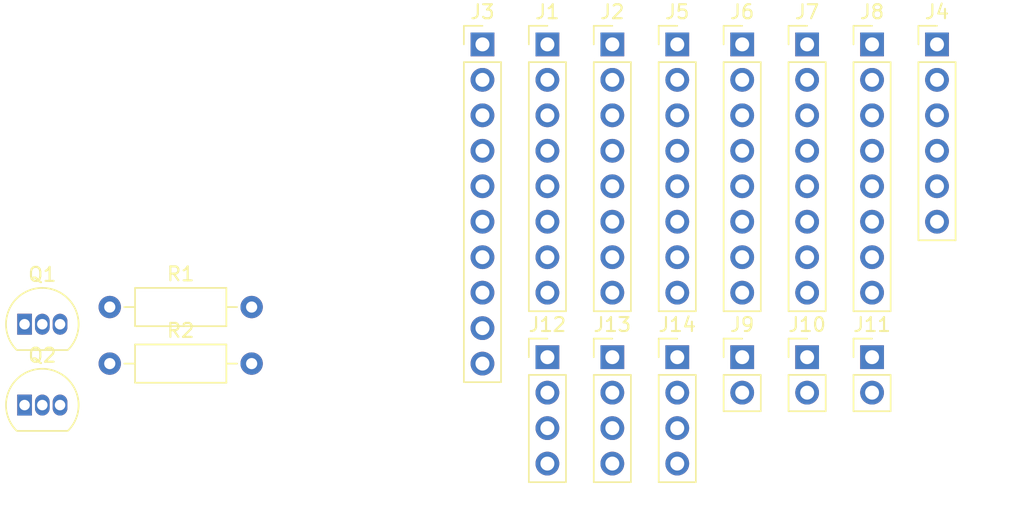
<source format=kicad_pcb>
(kicad_pcb (version 20221018) (generator pcbnew)
  (layers (0 "F.Cu" signal) (31 "B.Cu" signal) (34 "B.Paste" user) (35 "F.Paste" user) (36 "B.SilkS" user "B.Silkscreen") (37 "F.SilkS" user "F.Silkscreen") (38 "B.Mask" user) (39 "F.Mask" user) (44 "Edge.Cuts" user))
  (net 0 "")
  (net 1 "GND")
  (net 2 "/CameraSwitch")
  (net 3 "Net-(Q1-C)")
  (net 4 "/FanSwitch")
  (net 5 "/FanGround")
  (net 6 "Net-(J9-Pin_2)")
  (net 7 "/Setup5")
  (net 8 "/Setup4")
  (net 9 "/Setup3")
  (net 10 "/Setup2")
  (net 11 "/Setup1")
  (net 19 "VCC")
  (net 20 "VEE")
  (net 21 "/BaseStep")
  (net 22 "/BaseDirection")
  (net 23 "/ArmStep")
  (net 24 "/ArmDirection")
  (net 29 "/LimitSwitch1")
  (net 30 "/LimitSwitch2")
  (net 37 "/MotorPos")
  (net 38 "/MotorGround")
  (net 39 "/ArmStep4")
  (net 40 "/ArmStep3")
  (net 41 "/ArmStep2")
  (net 42 "/ArmStep1")
  (net 43 "/BaseStep4")
  (net 44 "/BaseStep3")
  (net 45 "/BaseStep2")
  (net 46 "/BaseStep1")
  (footprint "Package_TO_SOT_THT:TO-92_Inline" (layer "F.Cu") (at 105.66 94.41)
    (fp_text reference "Q2" (at 1.27 -3.56) (layer "F.SilkS"))
    (fp_text value "2N3903")
    (fp_line (start -0.53 1.85) (end 3.07 1.85) (stroke (width 0.12)) (layer "F.SilkS"))
    (fp_arc (start -0.568478 1.838478) (mid -1.132087 -0.994977) (end 1.27 -2.6) (stroke (width 0.12)) (layer "F.SilkS"))
    (fp_arc (start 1.27 -2.6) (mid 3.672087 -0.994977) (end 3.108478 1.838478) (stroke (width 0.12)) (layer "F.SilkS"))
    (pad "1" thru_hole rect (at 0 0) (size 1.05 1.5) (drill 0.75) (layers "*.Cu" "*.Mask") (net 1 "GND"))
    (pad "2" thru_hole oval (at 1.27 0) (size 1.05 1.5) (drill 0.75) (layers "*.Cu" "*.Mask") (net 4 "/FanSwitch"))
    (pad "3" thru_hole oval (at 2.54 0) (size 1.05 1.5) (drill 0.75) (layers "*.Cu" "*.Mask") (net 5 "/FanGround"))
  )
  (footprint "Connector_PinHeader_2.54mm:PinHeader_1x08_P2.54mm_Vertical" (layer "F.Cu") (at 147.75 68.58)
    (fp_text reference "J2" (at 0 -2.33) (layer "F.SilkS"))
    (fp_text value "Conn_01x08_Pin")
    (fp_line (start -1.33 -1.33) (end 0 -1.33) (stroke (width 0.12)) (layer "F.SilkS"))
    (fp_line (start -1.33 0) (end -1.33 -1.33) (stroke (width 0.12)) (layer "F.SilkS"))
    (fp_line (start -1.33 1.27) (end -1.33 19.11) (stroke (width 0.12)) (layer "F.SilkS"))
    (fp_line (start -1.33 1.27) (end 1.33 1.27) (stroke (width 0.12)) (layer "F.SilkS"))
    (fp_line (start -1.33 19.11) (end 1.33 19.11) (stroke (width 0.12)) (layer "F.SilkS"))
    (fp_line (start 1.33 1.27) (end 1.33 19.11) (stroke (width 0.12)) (layer "F.SilkS"))
    (pad "1" thru_hole rect (at 0 0) (size 1.7 1.7) (drill 1) (layers "*.Cu" "*.Mask"))
    (pad "2" thru_hole oval (at 0 2.54) (size 1.7 1.7) (drill 1) (layers "*.Cu" "*.Mask"))
    (pad "3" thru_hole oval (at 0 5.08) (size 1.7 1.7) (drill 1) (layers "*.Cu" "*.Mask"))
    (pad "4" thru_hole oval (at 0 7.62) (size 1.7 1.7) (drill 1) (layers "*.Cu" "*.Mask"))
    (pad "5" thru_hole oval (at 0 10.16) (size 1.7 1.7) (drill 1) (layers "*.Cu" "*.Mask") (net 19 "VCC"))
    (pad "6" thru_hole oval (at 0 12.7) (size 1.7 1.7) (drill 1) (layers "*.Cu" "*.Mask") (net 1 "GND"))
    (pad "7" thru_hole oval (at 0 15.24) (size 1.7 1.7) (drill 1) (layers "*.Cu" "*.Mask") (net 1 "GND"))
    (pad "8" thru_hole oval (at 0 17.78) (size 1.7 1.7) (drill 1) (layers "*.Cu" "*.Mask") (net 20 "VEE"))
  )
  (footprint "Connector_PinHeader_2.54mm:PinHeader_1x04_P2.54mm_Vertical" (layer "F.Cu") (at 152.4 90.98)
    (fp_text reference "J14" (at 0 -2.33) (layer "F.SilkS"))
    (fp_text value "Conn_01x04_Pin")
    (fp_line (start -1.33 -1.33) (end 0 -1.33) (stroke (width 0.12)) (layer "F.SilkS"))
    (fp_line (start -1.33 0) (end -1.33 -1.33) (stroke (width 0.12)) (layer "F.SilkS"))
    (fp_line (start -1.33 1.27) (end -1.33 8.95) (stroke (width 0.12)) (layer "F.SilkS"))
    (fp_line (start -1.33 1.27) (end 1.33 1.27) (stroke (width 0.12)) (layer "F.SilkS"))
    (fp_line (start -1.33 8.95) (end 1.33 8.95) (stroke (width 0.12)) (layer "F.SilkS"))
    (fp_line (start 1.33 1.27) (end 1.33 8.95) (stroke (width 0.12)) (layer "F.SilkS"))
    (pad "1" thru_hole rect (at 0 0) (size 1.7 1.7) (drill 1) (layers "*.Cu" "*.Mask") (net 46 "/BaseStep1"))
    (pad "2" thru_hole oval (at 0 2.54) (size 1.7 1.7) (drill 1) (layers "*.Cu" "*.Mask") (net 45 "/BaseStep2"))
    (pad "3" thru_hole oval (at 0 5.08) (size 1.7 1.7) (drill 1) (layers "*.Cu" "*.Mask") (net 44 "/BaseStep3"))
    (pad "4" thru_hole oval (at 0 7.62) (size 1.7 1.7) (drill 1) (layers "*.Cu" "*.Mask") (net 43 "/BaseStep4"))
  )
  (footprint "Connector_PinHeader_2.54mm:PinHeader_1x06_P2.54mm_Vertical" (layer "F.Cu") (at 171 68.58)
    (fp_text reference "J4" (at 0 -2.33) (layer "F.SilkS"))
    (fp_text value "Conn_01x06_Pin")
    (fp_line (start -1.33 -1.33) (end 0 -1.33) (stroke (width 0.12)) (layer "F.SilkS"))
    (fp_line (start -1.33 0) (end -1.33 -1.33) (stroke (width 0.12)) (layer "F.SilkS"))
    (fp_line (start -1.33 1.27) (end -1.33 14.03) (stroke (width 0.12)) (layer "F.SilkS"))
    (fp_line (start -1.33 1.27) (end 1.33 1.27) (stroke (width 0.12)) (layer "F.SilkS"))
    (fp_line (start -1.33 14.03) (end 1.33 14.03) (stroke (width 0.12)) (layer "F.SilkS"))
    (fp_line (start 1.33 1.27) (end 1.33 14.03) (stroke (width 0.12)) (layer "F.SilkS"))
    (pad "1" thru_hole rect (at 0 0) (size 1.7 1.7) (drill 1) (layers "*.Cu" "*.Mask") (net 29 "/LimitSwitch1"))
    (pad "2" thru_hole oval (at 0 2.54) (size 1.7 1.7) (drill 1) (layers "*.Cu" "*.Mask") (net 30 "/LimitSwitch2"))
    (pad "3" thru_hole oval (at 0 5.08) (size 1.7 1.7) (drill 1) (layers "*.Cu" "*.Mask"))
    (pad "4" thru_hole oval (at 0 7.62) (size 1.7 1.7) (drill 1) (layers "*.Cu" "*.Mask"))
    (pad "5" thru_hole oval (at 0 10.16) (size 1.7 1.7) (drill 1) (layers "*.Cu" "*.Mask"))
    (pad "6" thru_hole oval (at 0 12.7) (size 1.7 1.7) (drill 1) (layers "*.Cu" "*.Mask"))
  )
  (footprint "Connector_PinHeader_2.54mm:PinHeader_1x10_P2.54mm_Vertical" (layer "F.Cu") (at 138.45 68.58)
    (fp_text reference "J3" (at 0 -2.33) (layer "F.SilkS"))
    (fp_text value "Conn_01x10_Pin")
    (fp_line (start -1.33 -1.33) (end 0 -1.33) (stroke (width 0.12)) (layer "F.SilkS"))
    (fp_line (start -1.33 0) (end -1.33 -1.33) (stroke (width 0.12)) (layer "F.SilkS"))
    (fp_line (start -1.33 1.27) (end -1.33 24.19) (stroke (width 0.12)) (layer "F.SilkS"))
    (fp_line (start -1.33 1.27) (end 1.33 1.27) (stroke (width 0.12)) (layer "F.SilkS"))
    (fp_line (start -1.33 24.19) (end 1.33 24.19) (stroke (width 0.12)) (layer "F.SilkS"))
    (fp_line (start 1.33 1.27) (end 1.33 24.19) (stroke (width 0.12)) (layer "F.SilkS"))
    (pad "1" thru_hole rect (at 0 0) (size 1.7 1.7) (drill 1) (layers "*.Cu" "*.Mask") (net 21 "/BaseStep"))
    (pad "2" thru_hole oval (at 0 2.54) (size 1.7 1.7) (drill 1) (layers "*.Cu" "*.Mask") (net 22 "/BaseDirection"))
    (pad "3" thru_hole oval (at 0 5.08) (size 1.7 1.7) (drill 1) (layers "*.Cu" "*.Mask") (net 23 "/ArmStep"))
    (pad "4" thru_hole oval (at 0 7.62) (size 1.7 1.7) (drill 1) (layers "*.Cu" "*.Mask") (net 24 "/ArmDirection"))
    (pad "5" thru_hole oval (at 0 10.16) (size 1.7 1.7) (drill 1) (layers "*.Cu" "*.Mask") (net 4 "/FanSwitch"))
    (pad "6" thru_hole oval (at 0 12.7) (size 1.7 1.7) (drill 1) (layers "*.Cu" "*.Mask") (net 2 "/CameraSwitch"))
    (pad "7" thru_hole oval (at 0 15.24) (size 1.7 1.7) (drill 1) (layers "*.Cu" "*.Mask"))
    (pad "8" thru_hole oval (at 0 17.78) (size 1.7 1.7) (drill 1) (layers "*.Cu" "*.Mask"))
    (pad "9" thru_hole oval (at 0 20.32) (size 1.7 1.7) (drill 1) (layers "*.Cu" "*.Mask"))
    (pad "10" thru_hole oval (at 0 22.86) (size 1.7 1.7) (drill 1) (layers "*.Cu" "*.Mask"))
  )
  (footprint "Connector_PinHeader_2.54mm:PinHeader_1x04_P2.54mm_Vertical" (layer "F.Cu") (at 147.75 90.98)
    (fp_text reference "J13" (at 0 -2.33) (layer "F.SilkS"))
    (fp_text value "Conn_01x04_Pin")
    (fp_line (start -1.33 -1.33) (end 0 -1.33) (stroke (width 0.12)) (layer "F.SilkS"))
    (fp_line (start -1.33 0) (end -1.33 -1.33) (stroke (width 0.12)) (layer "F.SilkS"))
    (fp_line (start -1.33 1.27) (end -1.33 8.95) (stroke (width 0.12)) (layer "F.SilkS"))
    (fp_line (start -1.33 1.27) (end 1.33 1.27) (stroke (width 0.12)) (layer "F.SilkS"))
    (fp_line (start -1.33 8.95) (end 1.33 8.95) (stroke (width 0.12)) (layer "F.SilkS"))
    (fp_line (start 1.33 1.27) (end 1.33 8.95) (stroke (width 0.12)) (layer "F.SilkS"))
    (pad "1" thru_hole rect (at 0 0) (size 1.7 1.7) (drill 1) (layers "*.Cu" "*.Mask") (net 42 "/ArmStep1"))
    (pad "2" thru_hole oval (at 0 2.54) (size 1.7 1.7) (drill 1) (layers "*.Cu" "*.Mask") (net 41 "/ArmStep2"))
    (pad "3" thru_hole oval (at 0 5.08) (size 1.7 1.7) (drill 1) (layers "*.Cu" "*.Mask") (net 40 "/ArmStep3"))
    (pad "4" thru_hole oval (at 0 7.62) (size 1.7 1.7) (drill 1) (layers "*.Cu" "*.Mask") (net 39 "/ArmStep4"))
  )
  (footprint "Resistor_THT:R_Axial_DIN0207_L6.3mm_D2.5mm_P10.16mm_Horizontal" (layer "F.Cu") (at 111.76 91.44)
    (fp_text reference "R2" (at 5.08 -2.37) (layer "F.SilkS"))
    (fp_text value "1k2")
    (fp_line (start 1.04 0) (end 1.81 0) (stroke (width 0.12)) (layer "F.SilkS"))
    (fp_line (start 1.81 -1.37) (end 1.81 1.37) (stroke (width 0.12)) (layer "F.SilkS"))
    (fp_line (start 1.81 1.37) (end 8.35 1.37) (stroke (width 0.12)) (layer "F.SilkS"))
    (fp_line (start 8.35 -1.37) (end 1.81 -1.37) (stroke (width 0.12)) (layer "F.SilkS"))
    (fp_line (start 8.35 1.37) (end 8.35 -1.37) (stroke (width 0.12)) (layer "F.SilkS"))
    (fp_line (start 9.12 0) (end 8.35 0) (stroke (width 0.12)) (layer "F.SilkS"))
    (pad "1" thru_hole circle (at 0 0) (size 1.6 1.6) (drill 0.8) (layers "*.Cu" "*.Mask") (net 1 "GND"))
    (pad "2" thru_hole oval (at 10.16 0) (size 1.6 1.6) (drill 0.8) (layers "*.Cu" "*.Mask") (net 6 "Net-(J9-Pin_2)"))
  )
  (footprint "Connector_PinHeader_2.54mm:PinHeader_1x08_P2.54mm_Vertical" (layer "F.Cu") (at 157.05 68.58)
    (fp_text reference "J6" (at 0 -2.33) (layer "F.SilkS"))
    (fp_text value "Conn_01x08_Pin")
    (fp_line (start -1.33 -1.33) (end 0 -1.33) (stroke (width 0.12)) (layer "F.SilkS"))
    (fp_line (start -1.33 0) (end -1.33 -1.33) (stroke (width 0.12)) (layer "F.SilkS"))
    (fp_line (start -1.33 1.27) (end -1.33 19.11) (stroke (width 0.12)) (layer "F.SilkS"))
    (fp_line (start -1.33 1.27) (end 1.33 1.27) (stroke (width 0.12)) (layer "F.SilkS"))
    (fp_line (start -1.33 19.11) (end 1.33 19.11) (stroke (width 0.12)) (layer "F.SilkS"))
    (fp_line (start 1.33 1.27) (end 1.33 19.11) (stroke (width 0.12)) (layer "F.SilkS"))
    (pad "1" thru_hole rect (at 0 0) (size 1.7 1.7) (drill 1) (layers "*.Cu" "*.Mask") (net 22 "/BaseDirection"))
    (pad "2" thru_hole oval (at 0 2.54) (size 1.7 1.7) (drill 1) (layers "*.Cu" "*.Mask") (net 21 "/BaseStep"))
    (pad "3" thru_hole oval (at 0 5.08) (size 1.7 1.7) (drill 1) (layers "*.Cu" "*.Mask"))
    (pad "4" thru_hole oval (at 0 7.62) (size 1.7 1.7) (drill 1) (layers "*.Cu" "*.Mask") (net 11 "/Setup1"))
    (pad "5" thru_hole oval (at 0 10.16) (size 1.7 1.7) (drill 1) (layers "*.Cu" "*.Mask") (net 10 "/Setup2"))
    (pad "6" thru_hole oval (at 0 12.7) (size 1.7 1.7) (drill 1) (layers "*.Cu" "*.Mask") (net 9 "/Setup3"))
    (pad "7" thru_hole oval (at 0 15.24) (size 1.7 1.7) (drill 1) (layers "*.Cu" "*.Mask") (net 8 "/Setup4"))
    (pad "8" thru_hole oval (at 0 17.78) (size 1.7 1.7) (drill 1) (layers "*.Cu" "*.Mask") (net 7 "/Setup5"))
  )
  (footprint "Resistor_THT:R_Axial_DIN0207_L6.3mm_D2.5mm_P10.16mm_Horizontal" (layer "F.Cu") (at 111.76 87.39)
    (fp_text reference "R1" (at 5.08 -2.37) (layer "F.SilkS"))
    (fp_text value "270R")
    (fp_line (start 1.04 0) (end 1.81 0) (stroke (width 0.12)) (layer "F.SilkS"))
    (fp_line (start 1.81 -1.37) (end 1.81 1.37) (stroke (width 0.12)) (layer "F.SilkS"))
    (fp_line (start 1.81 1.37) (end 8.35 1.37) (stroke (width 0.12)) (layer "F.SilkS"))
    (fp_line (start 8.35 -1.37) (end 1.81 -1.37) (stroke (width 0.12)) (layer "F.SilkS"))
    (fp_line (start 8.35 1.37) (end 8.35 -1.37) (stroke (width 0.12)) (layer "F.SilkS"))
    (fp_line (start 9.12 0) (end 8.35 0) (stroke (width 0.12)) (layer "F.SilkS"))
    (pad "1" thru_hole circle (at 0 0) (size 1.6 1.6) (drill 0.8) (layers "*.Cu" "*.Mask") (net 3 "Net-(Q1-C)"))
    (pad "2" thru_hole oval (at 10.16 0) (size 1.6 1.6) (drill 0.8) (layers "*.Cu" "*.Mask") (net 6 "Net-(J9-Pin_2)"))
  )
  (footprint "Connector_PinHeader_2.54mm:PinHeader_1x08_P2.54mm_Vertical" (layer "F.Cu") (at 166.35 68.58)
    (fp_text reference "J8" (at 0 -2.33) (layer "F.SilkS"))
    (fp_text value "Conn_01x08_Pin")
    (fp_line (start -1.33 -1.33) (end 0 -1.33) (stroke (width 0.12)) (layer "F.SilkS"))
    (fp_line (start -1.33 0) (end -1.33 -1.33) (stroke (width 0.12)) (layer "F.SilkS"))
    (fp_line (start -1.33 1.27) (end -1.33 19.11) (stroke (width 0.12)) (layer "F.SilkS"))
    (fp_line (start -1.33 1.27) (end 1.33 1.27) (stroke (width 0.12)) (layer "F.SilkS"))
    (fp_line (start -1.33 19.11) (end 1.33 19.11) (stroke (width 0.12)) (layer "F.SilkS"))
    (fp_line (start 1.33 1.27) (end 1.33 19.11) (stroke (width 0.12)) (layer "F.SilkS"))
    (pad "1" thru_hole rect (at 0 0) (size 1.7 1.7) (drill 1) (layers "*.Cu" "*.Mask") (net 37 "/MotorPos"))
    (pad "2" thru_hole oval (at 0 2.54) (size 1.7 1.7) (drill 1) (layers "*.Cu" "*.Mask") (net 38 "/MotorGround"))
    (pad "3" thru_hole oval (at 0 5.08) (size 1.7 1.7) (drill 1) (layers "*.Cu" "*.Mask") (net 43 "/BaseStep4"))
    (pad "4" thru_hole oval (at 0 7.62) (size 1.7 1.7) (drill 1) (layers "*.Cu" "*.Mask") (net 44 "/BaseStep3"))
    (pad "5" thru_hole oval (at 0 10.16) (size 1.7 1.7) (drill 1) (layers "*.Cu" "*.Mask") (net 45 "/BaseStep2"))
    (pad "6" thru_hole oval (at 0 12.7) (size 1.7 1.7) (drill 1) (layers "*.Cu" "*.Mask") (net 46 "/BaseStep1"))
    (pad "7" thru_hole oval (at 0 15.24) (size 1.7 1.7) (drill 1) (layers "*.Cu" "*.Mask") (net 19 "VCC"))
    (pad "8" thru_hole oval (at 0 17.78) (size 1.7 1.7) (drill 1) (layers "*.Cu" "*.Mask") (net 1 "GND"))
  )
  (footprint "Package_TO_SOT_THT:TO-92_Inline" (layer "F.Cu") (at 105.66 88.62)
    (fp_text reference "Q1" (at 1.27 -3.56) (layer "F.SilkS"))
    (fp_text value "2N3903")
    (fp_line (start -0.53 1.85) (end 3.07 1.85) (stroke (width 0.12)) (layer "F.SilkS"))
    (fp_arc (start -0.568478 1.838478) (mid -1.132087 -0.994977) (end 1.27 -2.6) (stroke (width 0.12)) (layer "F.SilkS"))
    (fp_arc (start 1.27 -2.6) (mid 3.672087 -0.994977) (end 3.108478 1.838478) (stroke (width 0.12)) (layer "F.SilkS"))
    (pad "1" thru_hole rect (at 0 0) (size 1.05 1.5) (drill 0.75) (layers "*.Cu" "*.Mask") (net 1 "GND"))
    (pad "2" thru_hole oval (at 1.27 0) (size 1.05 1.5) (drill 0.75) (layers "*.Cu" "*.Mask") (net 2 "/CameraSwitch"))
    (pad "3" thru_hole oval (at 2.54 0) (size 1.05 1.5) (drill 0.75) (layers "*.Cu" "*.Mask") (net 3 "Net-(Q1-C)"))
  )
  (footprint "Connector_PinHeader_2.54mm:PinHeader_1x08_P2.54mm_Vertical" (layer "F.Cu") (at 161.7 68.58)
    (fp_text reference "J7" (at 0 -2.33) (layer "F.SilkS"))
    (fp_text value "Conn_01x08_Pin")
    (fp_line (start -1.33 -1.33) (end 0 -1.33) (stroke (width 0.12)) (layer "F.SilkS"))
    (fp_line (start -1.33 0) (end -1.33 -1.33) (stroke (width 0.12)) (layer "F.SilkS"))
    (fp_line (start -1.33 1.27) (end -1.33 19.11) (stroke (width 0.12)) (layer "F.SilkS"))
    (fp_line (start -1.33 1.27) (end 1.33 1.27) (stroke (width 0.12)) (layer "F.SilkS"))
    (fp_line (start -1.33 19.11) (end 1.33 19.11) (stroke (width 0.12)) (layer "F.SilkS"))
    (fp_line (start 1.33 1.27) (end 1.33 19.11) (stroke (width 0.12)) (layer "F.SilkS"))
    (pad "1" thru_hole rect (at 0 0) (size 1.7 1.7) (drill 1) (layers "*.Cu" "*.Mask") (net 37 "/MotorPos"))
    (pad "2" thru_hole oval (at 0 2.54) (size 1.7 1.7) (drill 1) (layers "*.Cu" "*.Mask") (net 38 "/MotorGround"))
    (pad "3" thru_hole oval (at 0 5.08) (size 1.7 1.7) (drill 1) (layers "*.Cu" "*.Mask") (net 39 "/ArmStep4"))
    (pad "4" thru_hole oval (at 0 7.62) (size 1.7 1.7) (drill 1) (layers "*.Cu" "*.Mask") (net 40 "/ArmStep3"))
    (pad "5" thru_hole oval (at 0 10.16) (size 1.7 1.7) (drill 1) (layers "*.Cu" "*.Mask") (net 41 "/ArmStep2"))
    (pad "6" thru_hole oval (at 0 12.7) (size 1.7 1.7) (drill 1) (layers "*.Cu" "*.Mask") (net 42 "/ArmStep1"))
    (pad "7" thru_hole oval (at 0 15.24) (size 1.7 1.7) (drill 1) (layers "*.Cu" "*.Mask") (net 19 "VCC"))
    (pad "8" thru_hole oval (at 0 17.78) (size 1.7 1.7) (drill 1) (layers "*.Cu" "*.Mask") (net 1 "GND"))
  )
  (footprint "Connector_PinHeader_2.54mm:PinHeader_1x02_P2.54mm_Vertical" (layer "F.Cu") (at 166.35 90.98)
    (fp_text reference "J11" (at 0 -2.33) (layer "F.SilkS"))
    (fp_text value "Conn_01x02_Pin")
    (fp_line (start -1.33 -1.33) (end 0 -1.33) (stroke (width 0.12)) (layer "F.SilkS"))
    (fp_line (start -1.33 0) (end -1.33 -1.33) (stroke (width 0.12)) (layer "F.SilkS"))
    (fp_line (start -1.33 1.27) (end -1.33 3.87) (stroke (width 0.12)) (layer "F.SilkS"))
    (fp_line (start -1.33 1.27) (end 1.33 1.27) (stroke (width 0.12)) (layer "F.SilkS"))
    (fp_line (start -1.33 3.87) (end 1.33 3.87) (stroke (width 0.12)) (layer "F.SilkS"))
    (fp_line (start 1.33 1.27) (end 1.33 3.87) (stroke (width 0.12)) (layer "F.SilkS"))
    (pad "1" thru_hole rect (at 0 0) (size 1.7 1.7) (drill 1) (layers "*.Cu" "*.Mask") (net 38 "/MotorGround"))
    (pad "2" thru_hole oval (at 0 2.54) (size 1.7 1.7) (drill 1) (layers "*.Cu" "*.Mask") (net 37 "/MotorPos"))
  )
  (footprint "Connector_PinHeader_2.54mm:PinHeader_1x02_P2.54mm_Vertical" (layer "F.Cu") (at 161.7 90.98)
    (fp_text reference "J10" (at 0 -2.33) (layer "F.SilkS"))
    (fp_text value "Conn_01x02_Pin")
    (fp_line (start -1.33 -1.33) (end 0 -1.33) (stroke (width 0.12)) (layer "F.SilkS"))
    (fp_line (start -1.33 0) (end -1.33 -1.33) (stroke (width 0.12)) (layer "F.SilkS"))
    (fp_line (start -1.33 1.27) (end -1.33 3.87) (stroke (width 0.12)) (layer "F.SilkS"))
    (fp_line (start -1.33 1.27) (end 1.33 1.27) (stroke (width 0.12)) (layer "F.SilkS"))
    (fp_line (start -1.33 3.87) (end 1.33 3.87) (stroke (width 0.12)) (layer "F.SilkS"))
    (fp_line (start 1.33 1.27) (end 1.33 3.87) (stroke (width 0.12)) (layer "F.SilkS"))
    (pad "1" thru_hole rect (at 0 0) (size 1.7 1.7) (drill 1) (layers "*.Cu" "*.Mask") (net 5 "/FanGround"))
    (pad "2" thru_hole oval (at 0 2.54) (size 1.7 1.7) (drill 1) (layers "*.Cu" "*.Mask") (net 20 "VEE"))
  )
  (footprint "Connector_PinHeader_2.54mm:PinHeader_1x08_P2.54mm_Vertical" (layer "F.Cu") (at 152.4 68.58)
    (fp_text reference "J5" (at 0 -2.33) (layer "F.SilkS"))
    (fp_text value "Conn_01x08_Pin")
    (fp_line (start -1.33 -1.33) (end 0 -1.33) (stroke (width 0.12)) (layer "F.SilkS"))
    (fp_line (start -1.33 0) (end -1.33 -1.33) (stroke (width 0.12)) (layer "F.SilkS"))
    (fp_line (start -1.33 1.27) (end -1.33 19.11) (stroke (width 0.12)) (layer "F.SilkS"))
    (fp_line (start -1.33 1.27) (end 1.33 1.27) (stroke (width 0.12)) (layer "F.SilkS"))
    (fp_line (start -1.33 19.11) (end 1.33 19.11) (stroke (width 0.12)) (layer "F.SilkS"))
    (fp_line (start 1.33 1.27) (end 1.33 19.11) (stroke (width 0.12)) (layer "F.SilkS"))
    (pad "1" thru_hole rect (at 0 0) (size 1.7 1.7) (drill 1) (layers "*.Cu" "*.Mask") (net 24 "/ArmDirection"))
    (pad "2" thru_hole oval (at 0 2.54) (size 1.7 1.7) (drill 1) (layers "*.Cu" "*.Mask") (net 23 "/ArmStep"))
    (pad "3" thru_hole oval (at 0 5.08) (size 1.7 1.7) (drill 1) (layers "*.Cu" "*.Mask"))
    (pad "4" thru_hole oval (at 0 7.62) (size 1.7 1.7) (drill 1) (layers "*.Cu" "*.Mask") (net 11 "/Setup1"))
    (pad "5" thru_hole oval (at 0 10.16) (size 1.7 1.7) (drill 1) (layers "*.Cu" "*.Mask") (net 10 "/Setup2"))
    (pad "6" thru_hole oval (at 0 12.7) (size 1.7 1.7) (drill 1) (layers "*.Cu" "*.Mask") (net 9 "/Setup3"))
    (pad "7" thru_hole oval (at 0 15.24) (size 1.7 1.7) (drill 1) (layers "*.Cu" "*.Mask") (net 8 "/Setup4"))
    (pad "8" thru_hole oval (at 0 17.78) (size 1.7 1.7) (drill 1) (layers "*.Cu" "*.Mask") (net 7 "/Setup5"))
  )
  (footprint "Connector_PinHeader_2.54mm:PinHeader_1x08_P2.54mm_Vertical" (layer "F.Cu") (at 143.1 68.58)
    (fp_text reference "J1" (at 0 -2.33) (layer "F.SilkS"))
    (fp_text value "Conn_01x08_Pin")
    (fp_line (start -1.33 -1.33) (end 0 -1.33) (stroke (width 0.12)) (layer "F.SilkS"))
    (fp_line (start -1.33 0) (end -1.33 -1.33) (stroke (width 0.12)) (layer "F.SilkS"))
    (fp_line (start -1.33 1.27) (end -1.33 19.11) (stroke (width 0.12)) (layer "F.SilkS"))
    (fp_line (start -1.33 1.27) (end 1.33 1.27) (stroke (width 0.12)) (layer "F.SilkS"))
    (fp_line (start -1.33 19.11) (end 1.33 19.11) (stroke (width 0.12)) (layer "F.SilkS"))
    (fp_line (start 1.33 1.27) (end 1.33 19.11) (stroke (width 0.12)) (layer "F.SilkS"))
    (pad "1" thru_hole rect (at 0 0) (size 1.7 1.7) (drill 1) (layers "*.Cu" "*.Mask") (net 7 "/Setup5"))
    (pad "2" thru_hole oval (at 0 2.54) (size 1.7 1.7) (drill 1) (layers "*.Cu" "*.Mask") (net 8 "/Setup4"))
    (pad "3" thru_hole oval (at 0 5.08) (size 1.7 1.7) (drill 1) (layers "*.Cu" "*.Mask") (net 9 "/Setup3"))
    (pad "4" thru_hole oval (at 0 7.62) (size 1.7 1.7) (drill 1) (layers "*.Cu" "*.Mask") (net 10 "/Setup2"))
    (pad "5" thru_hole oval (at 0 10.16) (size 1.7 1.7) (drill 1) (layers "*.Cu" "*.Mask") (net 11 "/Setup1"))
    (pad "6" thru_hole oval (at 0 12.7) (size 1.7 1.7) (drill 1) (layers "*.Cu" "*.Mask"))
    (pad "7" thru_hole oval (at 0 15.24) (size 1.7 1.7) (drill 1) (layers "*.Cu" "*.Mask"))
    (pad "8" thru_hole oval (at 0 17.78) (size 1.7 1.7) (drill 1) (layers "*.Cu" "*.Mask"))
  )
  (footprint "Connector_PinHeader_2.54mm:PinHeader_1x04_P2.54mm_Vertical" (layer "F.Cu") (at 143.1 90.98)
    (fp_text reference "J12" (at 0 -2.33) (layer "F.SilkS"))
    (fp_text value "Conn_01x04_Pin")
    (fp_line (start -1.33 -1.33) (end 0 -1.33) (stroke (width 0.12)) (layer "F.SilkS"))
    (fp_line (start -1.33 0) (end -1.33 -1.33) (stroke (width 0.12)) (layer "F.SilkS"))
    (fp_line (start -1.33 1.27) (end -1.33 8.95) (stroke (width 0.12)) (layer "F.SilkS"))
    (fp_line (start -1.33 1.27) (end 1.33 1.27) (stroke (width 0.12)) (layer "F.SilkS"))
    (fp_line (start -1.33 8.95) (end 1.33 8.95) (stroke (width 0.12)) (layer "F.SilkS"))
    (fp_line (start 1.33 1.27) (end 1.33 8.95) (stroke (width 0.12)) (layer "F.SilkS"))
    (pad "1" thru_hole rect (at 0 0) (size 1.7 1.7) (drill 1) (layers "*.Cu" "*.Mask") (net 1 "GND"))
    (pad "2" thru_hole oval (at 0 2.54) (size 1.7 1.7) (drill 1) (layers "*.Cu" "*.Mask") (net 29 "/LimitSwitch1"))
    (pad "3" thru_hole oval (at 0 5.08) (size 1.7 1.7) (drill 1) (layers "*.Cu" "*.Mask") (net 30 "/LimitSwitch2"))
    (pad "4" thru_hole oval (at 0 7.62) (size 1.7 1.7) (drill 1) (layers "*.Cu" "*.Mask") (net 1 "GND"))
  )
  (footprint "Connector_PinHeader_2.54mm:PinHeader_1x02_P2.54mm_Vertical" (layer "F.Cu") (at 157.05 90.98)
    (fp_text reference "J9" (at 0 -2.33) (layer "F.SilkS"))
    (fp_text value "Conn_01x02_Pin")
    (fp_line (start -1.33 -1.33) (end 0 -1.33) (stroke (width 0.12)) (layer "F.SilkS"))
    (fp_line (start -1.33 0) (end -1.33 -1.33) (stroke (width 0.12)) (layer "F.SilkS"))
    (fp_line (start -1.33 1.27) (end -1.33 3.87) (stroke (width 0.12)) (layer "F.SilkS"))
    (fp_line (start -1.33 1.27) (end 1.33 1.27) (stroke (width 0.12)) (layer "F.SilkS"))
    (fp_line (start -1.33 3.87) (end 1.33 3.87) (stroke (width 0.12)) (layer "F.SilkS"))
    (fp_line (start 1.33 1.27) (end 1.33 3.87) (stroke (width 0.12)) (layer "F.SilkS"))
    (pad "1" thru_hole rect (at 0 0) (size 1.7 1.7) (drill 1) (layers "*.Cu" "*.Mask") (net 1 "GND"))
    (pad "2" thru_hole oval (at 0 2.54) (size 1.7 1.7) (drill 1) (layers "*.Cu" "*.Mask") (net 6 "Net-(J9-Pin_2)"))
  )
)
</source>
